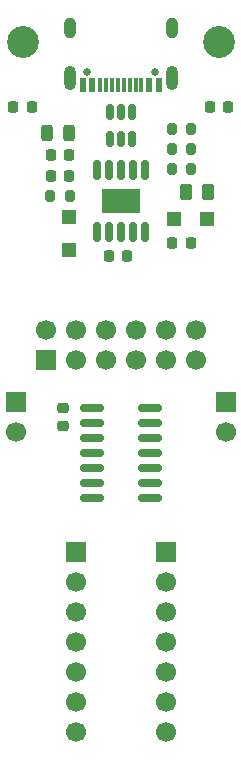
<source format=gts>
%TF.GenerationSoftware,KiCad,Pcbnew,9.0.1*%
%TF.CreationDate,2025-04-18T18:53:21-04:00*%
%TF.ProjectId,attinyx14_dev,61747469-6e79-4783-9134-5f6465762e6b,rev?*%
%TF.SameCoordinates,Original*%
%TF.FileFunction,Soldermask,Top*%
%TF.FilePolarity,Negative*%
%FSLAX46Y46*%
G04 Gerber Fmt 4.6, Leading zero omitted, Abs format (unit mm)*
G04 Created by KiCad (PCBNEW 9.0.1) date 2025-04-18 18:53:21*
%MOMM*%
%LPD*%
G01*
G04 APERTURE LIST*
G04 Aperture macros list*
%AMRoundRect*
0 Rectangle with rounded corners*
0 $1 Rounding radius*
0 $2 $3 $4 $5 $6 $7 $8 $9 X,Y pos of 4 corners*
0 Add a 4 corners polygon primitive as box body*
4,1,4,$2,$3,$4,$5,$6,$7,$8,$9,$2,$3,0*
0 Add four circle primitives for the rounded corners*
1,1,$1+$1,$2,$3*
1,1,$1+$1,$4,$5*
1,1,$1+$1,$6,$7*
1,1,$1+$1,$8,$9*
0 Add four rect primitives between the rounded corners*
20,1,$1+$1,$2,$3,$4,$5,0*
20,1,$1+$1,$4,$5,$6,$7,0*
20,1,$1+$1,$6,$7,$8,$9,0*
20,1,$1+$1,$8,$9,$2,$3,0*%
G04 Aperture macros list end*
%ADD10RoundRect,0.218750X-0.218750X-0.256250X0.218750X-0.256250X0.218750X0.256250X-0.218750X0.256250X0*%
%ADD11RoundRect,0.225000X0.225000X0.250000X-0.225000X0.250000X-0.225000X-0.250000X0.225000X-0.250000X0*%
%ADD12RoundRect,0.200000X0.200000X0.275000X-0.200000X0.275000X-0.200000X-0.275000X0.200000X-0.275000X0*%
%ADD13RoundRect,0.150000X-0.825000X-0.150000X0.825000X-0.150000X0.825000X0.150000X-0.825000X0.150000X0*%
%ADD14RoundRect,0.150000X0.150000X-0.512500X0.150000X0.512500X-0.150000X0.512500X-0.150000X-0.512500X0*%
%ADD15R,1.200000X1.200000*%
%ADD16C,2.700000*%
%ADD17RoundRect,0.250000X-0.262500X-0.450000X0.262500X-0.450000X0.262500X0.450000X-0.262500X0.450000X0*%
%ADD18R,1.700000X1.700000*%
%ADD19C,1.700000*%
%ADD20C,0.650000*%
%ADD21R,0.600000X1.210000*%
%ADD22R,0.600000X1.240000*%
%ADD23R,0.300000X1.240000*%
%ADD24O,1.000000X2.100000*%
%ADD25O,1.000000X1.800000*%
%ADD26RoundRect,0.150000X-0.150000X0.687500X-0.150000X-0.687500X0.150000X-0.687500X0.150000X0.687500X0*%
%ADD27R,3.300000X2.100000*%
%ADD28RoundRect,0.243750X-0.243750X-0.456250X0.243750X-0.456250X0.243750X0.456250X-0.243750X0.456250X0*%
%ADD29RoundRect,0.225000X-0.225000X-0.250000X0.225000X-0.250000X0.225000X0.250000X-0.225000X0.250000X0*%
%ADD30RoundRect,0.225000X-0.250000X0.225000X-0.250000X-0.225000X0.250000X-0.225000X0.250000X0.225000X0*%
G04 APERTURE END LIST*
D10*
%TO.C,D1*%
X3212500Y-9520000D03*
X4787500Y-9520000D03*
%TD*%
D11*
%TO.C,C2*%
X7935000Y-15300000D03*
X6385000Y-15300000D03*
%TD*%
D12*
%TO.C,R4*%
X18255000Y-14740000D03*
X16605000Y-14740000D03*
%TD*%
D13*
%TO.C,U2*%
X9825000Y-34990000D03*
X9825000Y-36260000D03*
X9825000Y-37530000D03*
X9825000Y-38800000D03*
X9825000Y-40070000D03*
X9825000Y-41340000D03*
X9825000Y-42610000D03*
X14775000Y-42610000D03*
X14775000Y-41340000D03*
X14775000Y-40070000D03*
X14775000Y-38800000D03*
X14775000Y-37530000D03*
X14775000Y-36260000D03*
X14775000Y-34990000D03*
%TD*%
D12*
%TO.C,R2*%
X18255000Y-13030000D03*
X16605000Y-13030000D03*
%TD*%
D14*
%TO.C,U1*%
X11350000Y-12187500D03*
X12300000Y-12187500D03*
X13250000Y-12187500D03*
X13250000Y-9912500D03*
X12300000Y-9912500D03*
X11350000Y-9912500D03*
%TD*%
D15*
%TO.C,D3*%
X19597500Y-18970000D03*
X16797500Y-18970000D03*
%TD*%
D12*
%TO.C,R3*%
X18255000Y-11320000D03*
X16605000Y-11320000D03*
%TD*%
D16*
%TO.C,H2*%
X20600000Y-4000000D03*
%TD*%
D17*
%TO.C,R5*%
X17857500Y-16670000D03*
X19682500Y-16670000D03*
%TD*%
D18*
%TO.C,J4*%
X5955000Y-30875000D03*
D19*
X5955000Y-28335000D03*
X8495000Y-30875000D03*
X8495000Y-28335000D03*
X11035000Y-30875000D03*
X11035000Y-28335000D03*
X13575000Y-30875000D03*
X13575000Y-28335000D03*
X16115000Y-30875000D03*
X16115000Y-28335000D03*
X18655000Y-30875000D03*
X18655000Y-28335000D03*
%TD*%
D11*
%TO.C,C5*%
X12865000Y-22140000D03*
X11315000Y-22140000D03*
%TD*%
D20*
%TO.C,J1*%
X15190000Y-6505000D03*
X9410000Y-6505000D03*
D21*
X15500000Y-7640000D03*
D22*
X14700000Y-7625000D03*
D23*
X13550000Y-7625000D03*
X12550000Y-7625000D03*
X12050000Y-7625000D03*
X11050000Y-7625000D03*
D22*
X9900000Y-7625000D03*
D21*
X9100000Y-7640000D03*
X9100000Y-7640000D03*
D22*
X9900000Y-7625000D03*
D23*
X10550000Y-7625000D03*
X11550000Y-7625000D03*
X13050000Y-7625000D03*
X14050000Y-7625000D03*
D22*
X14700000Y-7625000D03*
D21*
X15500000Y-7640000D03*
D24*
X16620000Y-7025000D03*
D25*
X16620000Y-2825000D03*
D24*
X7980000Y-7025000D03*
D25*
X7980000Y-2825000D03*
%TD*%
D10*
%TO.C,D4*%
X19812500Y-9520000D03*
X21387500Y-9520000D03*
%TD*%
D11*
%TO.C,C1*%
X7935000Y-13590000D03*
X6385000Y-13590000D03*
%TD*%
D15*
%TO.C,D2*%
X7940000Y-21640000D03*
X7940000Y-18840000D03*
%TD*%
D16*
%TO.C,H1*%
X4000000Y-4000000D03*
%TD*%
D26*
%TO.C,U3*%
X14310000Y-14800000D03*
X13310000Y-14800000D03*
X12310000Y-14800000D03*
X11310000Y-14800000D03*
X10310000Y-14800000D03*
X10310000Y-20075000D03*
X11310000Y-20075000D03*
X12310000Y-20075000D03*
X13310000Y-20075000D03*
X14310000Y-20075000D03*
D27*
X12310000Y-17437500D03*
%TD*%
D28*
%TO.C,F1*%
X6022500Y-11660000D03*
X7897500Y-11660000D03*
%TD*%
D12*
%TO.C,R1*%
X7985000Y-17010000D03*
X6335000Y-17010000D03*
%TD*%
D29*
%TO.C,C4*%
X16655000Y-21050000D03*
X18205000Y-21050000D03*
%TD*%
D30*
%TO.C,C3*%
X7370000Y-34995000D03*
X7370000Y-36545000D03*
%TD*%
D18*
%TO.C,J3*%
X16110000Y-47160000D03*
D19*
X16110000Y-49700000D03*
X16110000Y-52240000D03*
X16110000Y-54780000D03*
X16110000Y-57320000D03*
X16110000Y-59860000D03*
X16110000Y-62400000D03*
%TD*%
D18*
%TO.C,J6*%
X21190000Y-34460000D03*
D19*
X21190000Y-37000000D03*
%TD*%
D18*
%TO.C,J2*%
X8490000Y-47160000D03*
D19*
X8490000Y-49700000D03*
X8490000Y-52240000D03*
X8490000Y-54780000D03*
X8490000Y-57320000D03*
X8490000Y-59860000D03*
X8490000Y-62400000D03*
%TD*%
D18*
%TO.C,J5*%
X3410000Y-34460000D03*
D19*
X3410000Y-37000000D03*
%TD*%
M02*

</source>
